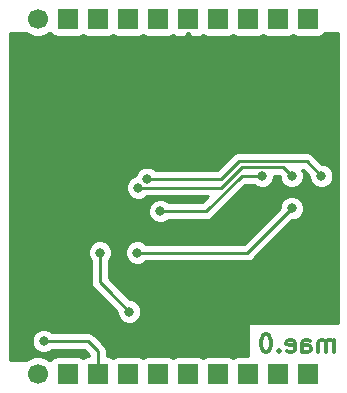
<source format=gbr>
G04 #@! TF.GenerationSoftware,KiCad,Pcbnew,(5.0.0-3-g5ebb6b6)*
G04 #@! TF.CreationDate,2019-03-01T00:57:23+03:00*
G04 #@! TF.ProjectId,mae,6D61652E6B696361645F706362000000,rev?*
G04 #@! TF.SameCoordinates,Original*
G04 #@! TF.FileFunction,Copper,L2,Bot,Signal*
G04 #@! TF.FilePolarity,Positive*
%FSLAX46Y46*%
G04 Gerber Fmt 4.6, Leading zero omitted, Abs format (unit mm)*
G04 Created by KiCad (PCBNEW (5.0.0-3-g5ebb6b6)) date *
%MOMM*%
%LPD*%
G01*
G04 APERTURE LIST*
G04 #@! TA.AperFunction,NonConductor*
%ADD10C,0.300000*%
G04 #@! TD*
G04 #@! TA.AperFunction,ComponentPad*
%ADD11R,1.700000X1.700000*%
G04 #@! TD*
G04 #@! TA.AperFunction,ComponentPad*
%ADD12C,1.700000*%
G04 #@! TD*
G04 #@! TA.AperFunction,ViaPad*
%ADD13C,0.800000*%
G04 #@! TD*
G04 #@! TA.AperFunction,Conductor*
%ADD14C,0.250000*%
G04 #@! TD*
G04 APERTURE END LIST*
D10*
X121785714Y-152178571D02*
X121785714Y-151178571D01*
X121785714Y-151321428D02*
X121714285Y-151250000D01*
X121571428Y-151178571D01*
X121357142Y-151178571D01*
X121214285Y-151250000D01*
X121142857Y-151392857D01*
X121142857Y-152178571D01*
X121142857Y-151392857D02*
X121071428Y-151250000D01*
X120928571Y-151178571D01*
X120714285Y-151178571D01*
X120571428Y-151250000D01*
X120500000Y-151392857D01*
X120500000Y-152178571D01*
X119142857Y-152178571D02*
X119142857Y-151392857D01*
X119214285Y-151250000D01*
X119357142Y-151178571D01*
X119642857Y-151178571D01*
X119785714Y-151250000D01*
X119142857Y-152107142D02*
X119285714Y-152178571D01*
X119642857Y-152178571D01*
X119785714Y-152107142D01*
X119857142Y-151964285D01*
X119857142Y-151821428D01*
X119785714Y-151678571D01*
X119642857Y-151607142D01*
X119285714Y-151607142D01*
X119142857Y-151535714D01*
X117857142Y-152107142D02*
X118000000Y-152178571D01*
X118285714Y-152178571D01*
X118428571Y-152107142D01*
X118500000Y-151964285D01*
X118500000Y-151392857D01*
X118428571Y-151250000D01*
X118285714Y-151178571D01*
X118000000Y-151178571D01*
X117857142Y-151250000D01*
X117785714Y-151392857D01*
X117785714Y-151535714D01*
X118500000Y-151678571D01*
X117142857Y-152035714D02*
X117071428Y-152107142D01*
X117142857Y-152178571D01*
X117214285Y-152107142D01*
X117142857Y-152035714D01*
X117142857Y-152178571D01*
X116142857Y-150678571D02*
X116000000Y-150678571D01*
X115857142Y-150750000D01*
X115785714Y-150821428D01*
X115714285Y-150964285D01*
X115642857Y-151250000D01*
X115642857Y-151607142D01*
X115714285Y-151892857D01*
X115785714Y-152035714D01*
X115857142Y-152107142D01*
X116000000Y-152178571D01*
X116142857Y-152178571D01*
X116285714Y-152107142D01*
X116357142Y-152035714D01*
X116428571Y-151892857D01*
X116500000Y-151607142D01*
X116500000Y-151250000D01*
X116428571Y-150964285D01*
X116357142Y-150821428D01*
X116285714Y-150750000D01*
X116142857Y-150678571D01*
D11*
G04 #@! TO.P,XP4,10*
G04 #@! TO.N,/ADCT2*
X119610000Y-124000000D03*
G04 #@! TO.P,XP4,9*
G04 #@! TO.N,/ADC_T1*
X117070000Y-124000000D03*
G04 #@! TO.P,XP4,8*
G04 #@! TO.N,/ADC_3V*
X114530000Y-124000000D03*
G04 #@! TO.P,XP4,7*
G04 #@! TO.N,/ADC5_6V*
X111990000Y-124000000D03*
G04 #@! TO.P,XP4,6*
G04 #@! TO.N,/0\0412*
X109450000Y-124000000D03*
G04 #@! TO.P,XP4,5*
G04 #@! TO.N,/VCC*
X106910000Y-124000000D03*
G04 #@! TO.P,XP4,4*
G04 #@! TO.N,/TXboot_SCL*
X104370000Y-124000000D03*
G04 #@! TO.P,XP4,3*
G04 #@! TO.N,/RXboot_SDA*
X101830000Y-124000000D03*
G04 #@! TO.P,XP4,2*
G04 #@! TO.N,/DIO*
X99290000Y-124000000D03*
D12*
G04 #@! TO.P,XP4,1*
G04 #@! TO.N,/CLK*
X96750000Y-124000000D03*
G04 #@! TD*
G04 #@! TO.P,XP1,1*
G04 #@! TO.N,/BOOT_mode*
X96750000Y-154000000D03*
D11*
G04 #@! TO.P,XP1,2*
G04 #@! TO.N,/G4*
X99290000Y-154000000D03*
G04 #@! TO.P,XP1,3*
G04 #@! TO.N,/G3*
X101830000Y-154000000D03*
G04 #@! TO.P,XP1,4*
G04 #@! TO.N,/RES*
X104370000Y-154000000D03*
G04 #@! TO.P,XP1,5*
G04 #@! TO.N,/VCC*
X106910000Y-154000000D03*
G04 #@! TO.P,XP1,6*
G04 #@! TO.N,/G2*
X109450000Y-154000000D03*
G04 #@! TO.P,XP1,7*
G04 #@! TO.N,/G1*
X111990000Y-154000000D03*
G04 #@! TO.P,XP1,8*
G04 #@! TO.N,/TX*
X114530000Y-154000000D03*
G04 #@! TO.P,XP1,9*
G04 #@! TO.N,/RX*
X117070000Y-154000000D03*
G04 #@! TO.P,XP1,10*
G04 #@! TO.N,/EnRS*
X119610000Y-154000000D03*
G04 #@! TD*
D13*
G04 #@! TO.N,/0\0412*
X115750000Y-139750000D03*
X110250000Y-126750000D03*
X109000000Y-150750000D03*
X99250000Y-131750000D03*
X95000000Y-142500000D03*
X100250000Y-136250000D03*
X121000000Y-126000000D03*
X98500000Y-145500000D03*
G04 #@! TO.N,/G3*
X97250000Y-151250000D03*
G04 #@! TO.N,/RES*
X104500000Y-148750000D03*
X115750000Y-137250000D03*
X107125000Y-140250000D03*
X102000000Y-143750000D03*
G04 #@! TO.N,/BOOT_mode*
X118250000Y-140000000D03*
X105175000Y-143750000D03*
G04 #@! TO.N,/DIO*
X120750000Y-137250000D03*
X106000000Y-137500000D03*
G04 #@! TO.N,/CLK*
X118250000Y-137250000D03*
X105250000Y-138250000D03*
G04 #@! TD*
D14*
G04 #@! TO.N,/G3*
X101830000Y-152080000D02*
X101830000Y-154000000D01*
X101000000Y-151250000D02*
X101830000Y-152080000D01*
X97000000Y-151250000D02*
X101000000Y-151250000D01*
G04 #@! TO.N,/RES*
X107125000Y-140250000D02*
X111000000Y-140250000D01*
X111000000Y-140250000D02*
X114000000Y-137250000D01*
X115750000Y-137250000D02*
X114000000Y-137250000D01*
X102750000Y-147000000D02*
X104500000Y-148750000D01*
X102000000Y-146250000D02*
X102750000Y-147000000D01*
X102000000Y-143750000D02*
X102000000Y-146250000D01*
G04 #@! TO.N,/BOOT_mode*
X114500000Y-143750000D02*
X105175000Y-143750000D01*
X118250000Y-140000000D02*
X114500000Y-143750000D01*
G04 #@! TO.N,/DIO*
X119500000Y-136000000D02*
X120750000Y-137250000D01*
X113750000Y-136000000D02*
X119500000Y-136000000D01*
X106000000Y-137500000D02*
X112250000Y-137500000D01*
X112250000Y-137500000D02*
X113750000Y-136000000D01*
G04 #@! TO.N,/CLK*
X118250000Y-137250000D02*
X117500000Y-136500000D01*
X117500000Y-136500000D02*
X115250000Y-136500000D01*
X115250000Y-136500000D02*
X114000000Y-136500000D01*
X105250000Y-138250000D02*
X112250000Y-138250000D01*
X114000000Y-136500000D02*
X112250000Y-138250000D01*
G04 #@! TD*
G04 #@! TO.N,/0\0412*
G36*
X95914480Y-125250445D02*
X96456604Y-125475000D01*
X97043396Y-125475000D01*
X97585520Y-125250445D01*
X97710965Y-125125000D01*
X97872068Y-125125000D01*
X97989400Y-125300600D01*
X98196137Y-125438737D01*
X98440000Y-125487244D01*
X100140000Y-125487244D01*
X100383863Y-125438737D01*
X100560000Y-125321046D01*
X100736137Y-125438737D01*
X100980000Y-125487244D01*
X102680000Y-125487244D01*
X102923863Y-125438737D01*
X103100000Y-125321046D01*
X103276137Y-125438737D01*
X103520000Y-125487244D01*
X105220000Y-125487244D01*
X105463863Y-125438737D01*
X105640000Y-125321046D01*
X105816137Y-125438737D01*
X106060000Y-125487244D01*
X107760000Y-125487244D01*
X108003863Y-125438737D01*
X108184294Y-125318177D01*
X108245966Y-125379850D01*
X108475680Y-125475000D01*
X109218750Y-125475000D01*
X109375000Y-125318750D01*
X109375000Y-125125000D01*
X109525000Y-125125000D01*
X109525000Y-125318750D01*
X109681250Y-125475000D01*
X110424320Y-125475000D01*
X110654034Y-125379850D01*
X110715706Y-125318177D01*
X110896137Y-125438737D01*
X111140000Y-125487244D01*
X112840000Y-125487244D01*
X113083863Y-125438737D01*
X113260000Y-125321046D01*
X113436137Y-125438737D01*
X113680000Y-125487244D01*
X115380000Y-125487244D01*
X115623863Y-125438737D01*
X115800000Y-125321046D01*
X115976137Y-125438737D01*
X116220000Y-125487244D01*
X117920000Y-125487244D01*
X118163863Y-125438737D01*
X118340000Y-125321046D01*
X118516137Y-125438737D01*
X118760000Y-125487244D01*
X120460000Y-125487244D01*
X120703863Y-125438737D01*
X120910600Y-125300600D01*
X121027932Y-125125000D01*
X122125000Y-125125000D01*
X122125000Y-149720000D01*
X114582143Y-149720000D01*
X114582143Y-152512756D01*
X113680000Y-152512756D01*
X113436137Y-152561263D01*
X113260000Y-152678954D01*
X113083863Y-152561263D01*
X112840000Y-152512756D01*
X111140000Y-152512756D01*
X110896137Y-152561263D01*
X110720000Y-152678954D01*
X110543863Y-152561263D01*
X110300000Y-152512756D01*
X108600000Y-152512756D01*
X108356137Y-152561263D01*
X108180000Y-152678954D01*
X108003863Y-152561263D01*
X107760000Y-152512756D01*
X106060000Y-152512756D01*
X105816137Y-152561263D01*
X105640000Y-152678954D01*
X105463863Y-152561263D01*
X105220000Y-152512756D01*
X103520000Y-152512756D01*
X103276137Y-152561263D01*
X103100000Y-152678954D01*
X102923863Y-152561263D01*
X102680000Y-152512756D01*
X102580000Y-152512756D01*
X102580000Y-152153864D01*
X102594693Y-152079999D01*
X102537151Y-151790720D01*
X102536484Y-151787365D01*
X102370720Y-151539280D01*
X102308100Y-151497439D01*
X101582565Y-150771906D01*
X101540720Y-150709280D01*
X101292635Y-150543516D01*
X101073866Y-150500000D01*
X101073865Y-150500000D01*
X101000000Y-150485307D01*
X100926135Y-150500000D01*
X97949569Y-150500000D01*
X97830616Y-150381047D01*
X97453885Y-150225000D01*
X97046115Y-150225000D01*
X96669384Y-150381047D01*
X96381047Y-150669384D01*
X96225000Y-151046115D01*
X96225000Y-151453885D01*
X96381047Y-151830616D01*
X96669384Y-152118953D01*
X97046115Y-152275000D01*
X97453885Y-152275000D01*
X97830616Y-152118953D01*
X97949569Y-152000000D01*
X100689340Y-152000000D01*
X101080000Y-152390661D01*
X101080000Y-152512756D01*
X100980000Y-152512756D01*
X100736137Y-152561263D01*
X100560000Y-152678954D01*
X100383863Y-152561263D01*
X100140000Y-152512756D01*
X98440000Y-152512756D01*
X98196137Y-152561263D01*
X97989400Y-152699400D01*
X97872068Y-152875000D01*
X97710965Y-152875000D01*
X97585520Y-152749555D01*
X97043396Y-152525000D01*
X96456604Y-152525000D01*
X95914480Y-152749555D01*
X95789035Y-152875000D01*
X94375000Y-152875000D01*
X94375000Y-143546115D01*
X100975000Y-143546115D01*
X100975000Y-143953885D01*
X101131047Y-144330616D01*
X101250000Y-144449569D01*
X101250001Y-146176130D01*
X101235307Y-146250000D01*
X101293517Y-146542635D01*
X101459281Y-146790720D01*
X101521903Y-146832563D01*
X102271900Y-147582561D01*
X102271906Y-147582565D01*
X103475000Y-148785660D01*
X103475000Y-148953885D01*
X103631047Y-149330616D01*
X103919384Y-149618953D01*
X104296115Y-149775000D01*
X104703885Y-149775000D01*
X105080616Y-149618953D01*
X105368953Y-149330616D01*
X105525000Y-148953885D01*
X105525000Y-148546115D01*
X105368953Y-148169384D01*
X105080616Y-147881047D01*
X104703885Y-147725000D01*
X104535660Y-147725000D01*
X103332565Y-146521906D01*
X103332561Y-146521900D01*
X102750000Y-145939340D01*
X102750000Y-144449569D01*
X102868953Y-144330616D01*
X103025000Y-143953885D01*
X103025000Y-143546115D01*
X104150000Y-143546115D01*
X104150000Y-143953885D01*
X104306047Y-144330616D01*
X104594384Y-144618953D01*
X104971115Y-144775000D01*
X105378885Y-144775000D01*
X105755616Y-144618953D01*
X105874569Y-144500000D01*
X114426135Y-144500000D01*
X114500000Y-144514693D01*
X114573865Y-144500000D01*
X114573866Y-144500000D01*
X114792635Y-144456484D01*
X115040720Y-144290720D01*
X115082565Y-144228094D01*
X118285660Y-141025000D01*
X118453885Y-141025000D01*
X118830616Y-140868953D01*
X119118953Y-140580616D01*
X119275000Y-140203885D01*
X119275000Y-139796115D01*
X119118953Y-139419384D01*
X118830616Y-139131047D01*
X118453885Y-138975000D01*
X118046115Y-138975000D01*
X117669384Y-139131047D01*
X117381047Y-139419384D01*
X117225000Y-139796115D01*
X117225000Y-139964340D01*
X114189341Y-143000000D01*
X105874569Y-143000000D01*
X105755616Y-142881047D01*
X105378885Y-142725000D01*
X104971115Y-142725000D01*
X104594384Y-142881047D01*
X104306047Y-143169384D01*
X104150000Y-143546115D01*
X103025000Y-143546115D01*
X102868953Y-143169384D01*
X102580616Y-142881047D01*
X102203885Y-142725000D01*
X101796115Y-142725000D01*
X101419384Y-142881047D01*
X101131047Y-143169384D01*
X100975000Y-143546115D01*
X94375000Y-143546115D01*
X94375000Y-138046115D01*
X104225000Y-138046115D01*
X104225000Y-138453885D01*
X104381047Y-138830616D01*
X104669384Y-139118953D01*
X105046115Y-139275000D01*
X105453885Y-139275000D01*
X105830616Y-139118953D01*
X105949569Y-139000000D01*
X111189341Y-139000000D01*
X110689341Y-139500000D01*
X107824569Y-139500000D01*
X107705616Y-139381047D01*
X107328885Y-139225000D01*
X106921115Y-139225000D01*
X106544384Y-139381047D01*
X106256047Y-139669384D01*
X106100000Y-140046115D01*
X106100000Y-140453885D01*
X106256047Y-140830616D01*
X106544384Y-141118953D01*
X106921115Y-141275000D01*
X107328885Y-141275000D01*
X107705616Y-141118953D01*
X107824569Y-141000000D01*
X110926135Y-141000000D01*
X111000000Y-141014693D01*
X111073865Y-141000000D01*
X111073866Y-141000000D01*
X111292635Y-140956484D01*
X111540720Y-140790720D01*
X111582565Y-140728094D01*
X114310660Y-138000000D01*
X115050431Y-138000000D01*
X115169384Y-138118953D01*
X115546115Y-138275000D01*
X115953885Y-138275000D01*
X116330616Y-138118953D01*
X116618953Y-137830616D01*
X116775000Y-137453885D01*
X116775000Y-137250000D01*
X117189340Y-137250000D01*
X117225000Y-137285660D01*
X117225000Y-137453885D01*
X117381047Y-137830616D01*
X117669384Y-138118953D01*
X118046115Y-138275000D01*
X118453885Y-138275000D01*
X118830616Y-138118953D01*
X119118953Y-137830616D01*
X119275000Y-137453885D01*
X119275000Y-137046115D01*
X119152345Y-136750000D01*
X119189341Y-136750000D01*
X119725000Y-137285660D01*
X119725000Y-137453885D01*
X119881047Y-137830616D01*
X120169384Y-138118953D01*
X120546115Y-138275000D01*
X120953885Y-138275000D01*
X121330616Y-138118953D01*
X121618953Y-137830616D01*
X121775000Y-137453885D01*
X121775000Y-137046115D01*
X121618953Y-136669384D01*
X121330616Y-136381047D01*
X120953885Y-136225000D01*
X120785660Y-136225000D01*
X120082565Y-135521906D01*
X120040720Y-135459280D01*
X119792635Y-135293516D01*
X119573866Y-135250000D01*
X119573865Y-135250000D01*
X119500000Y-135235307D01*
X119426135Y-135250000D01*
X113823864Y-135250000D01*
X113749999Y-135235307D01*
X113676134Y-135250000D01*
X113457365Y-135293516D01*
X113209280Y-135459280D01*
X113167437Y-135521903D01*
X111939341Y-136750000D01*
X106699569Y-136750000D01*
X106580616Y-136631047D01*
X106203885Y-136475000D01*
X105796115Y-136475000D01*
X105419384Y-136631047D01*
X105131047Y-136919384D01*
X104995829Y-137245829D01*
X104669384Y-137381047D01*
X104381047Y-137669384D01*
X104225000Y-138046115D01*
X94375000Y-138046115D01*
X94375000Y-125125000D01*
X95789035Y-125125000D01*
X95914480Y-125250445D01*
X95914480Y-125250445D01*
G37*
X95914480Y-125250445D02*
X96456604Y-125475000D01*
X97043396Y-125475000D01*
X97585520Y-125250445D01*
X97710965Y-125125000D01*
X97872068Y-125125000D01*
X97989400Y-125300600D01*
X98196137Y-125438737D01*
X98440000Y-125487244D01*
X100140000Y-125487244D01*
X100383863Y-125438737D01*
X100560000Y-125321046D01*
X100736137Y-125438737D01*
X100980000Y-125487244D01*
X102680000Y-125487244D01*
X102923863Y-125438737D01*
X103100000Y-125321046D01*
X103276137Y-125438737D01*
X103520000Y-125487244D01*
X105220000Y-125487244D01*
X105463863Y-125438737D01*
X105640000Y-125321046D01*
X105816137Y-125438737D01*
X106060000Y-125487244D01*
X107760000Y-125487244D01*
X108003863Y-125438737D01*
X108184294Y-125318177D01*
X108245966Y-125379850D01*
X108475680Y-125475000D01*
X109218750Y-125475000D01*
X109375000Y-125318750D01*
X109375000Y-125125000D01*
X109525000Y-125125000D01*
X109525000Y-125318750D01*
X109681250Y-125475000D01*
X110424320Y-125475000D01*
X110654034Y-125379850D01*
X110715706Y-125318177D01*
X110896137Y-125438737D01*
X111140000Y-125487244D01*
X112840000Y-125487244D01*
X113083863Y-125438737D01*
X113260000Y-125321046D01*
X113436137Y-125438737D01*
X113680000Y-125487244D01*
X115380000Y-125487244D01*
X115623863Y-125438737D01*
X115800000Y-125321046D01*
X115976137Y-125438737D01*
X116220000Y-125487244D01*
X117920000Y-125487244D01*
X118163863Y-125438737D01*
X118340000Y-125321046D01*
X118516137Y-125438737D01*
X118760000Y-125487244D01*
X120460000Y-125487244D01*
X120703863Y-125438737D01*
X120910600Y-125300600D01*
X121027932Y-125125000D01*
X122125000Y-125125000D01*
X122125000Y-149720000D01*
X114582143Y-149720000D01*
X114582143Y-152512756D01*
X113680000Y-152512756D01*
X113436137Y-152561263D01*
X113260000Y-152678954D01*
X113083863Y-152561263D01*
X112840000Y-152512756D01*
X111140000Y-152512756D01*
X110896137Y-152561263D01*
X110720000Y-152678954D01*
X110543863Y-152561263D01*
X110300000Y-152512756D01*
X108600000Y-152512756D01*
X108356137Y-152561263D01*
X108180000Y-152678954D01*
X108003863Y-152561263D01*
X107760000Y-152512756D01*
X106060000Y-152512756D01*
X105816137Y-152561263D01*
X105640000Y-152678954D01*
X105463863Y-152561263D01*
X105220000Y-152512756D01*
X103520000Y-152512756D01*
X103276137Y-152561263D01*
X103100000Y-152678954D01*
X102923863Y-152561263D01*
X102680000Y-152512756D01*
X102580000Y-152512756D01*
X102580000Y-152153864D01*
X102594693Y-152079999D01*
X102537151Y-151790720D01*
X102536484Y-151787365D01*
X102370720Y-151539280D01*
X102308100Y-151497439D01*
X101582565Y-150771906D01*
X101540720Y-150709280D01*
X101292635Y-150543516D01*
X101073866Y-150500000D01*
X101073865Y-150500000D01*
X101000000Y-150485307D01*
X100926135Y-150500000D01*
X97949569Y-150500000D01*
X97830616Y-150381047D01*
X97453885Y-150225000D01*
X97046115Y-150225000D01*
X96669384Y-150381047D01*
X96381047Y-150669384D01*
X96225000Y-151046115D01*
X96225000Y-151453885D01*
X96381047Y-151830616D01*
X96669384Y-152118953D01*
X97046115Y-152275000D01*
X97453885Y-152275000D01*
X97830616Y-152118953D01*
X97949569Y-152000000D01*
X100689340Y-152000000D01*
X101080000Y-152390661D01*
X101080000Y-152512756D01*
X100980000Y-152512756D01*
X100736137Y-152561263D01*
X100560000Y-152678954D01*
X100383863Y-152561263D01*
X100140000Y-152512756D01*
X98440000Y-152512756D01*
X98196137Y-152561263D01*
X97989400Y-152699400D01*
X97872068Y-152875000D01*
X97710965Y-152875000D01*
X97585520Y-152749555D01*
X97043396Y-152525000D01*
X96456604Y-152525000D01*
X95914480Y-152749555D01*
X95789035Y-152875000D01*
X94375000Y-152875000D01*
X94375000Y-143546115D01*
X100975000Y-143546115D01*
X100975000Y-143953885D01*
X101131047Y-144330616D01*
X101250000Y-144449569D01*
X101250001Y-146176130D01*
X101235307Y-146250000D01*
X101293517Y-146542635D01*
X101459281Y-146790720D01*
X101521903Y-146832563D01*
X102271900Y-147582561D01*
X102271906Y-147582565D01*
X103475000Y-148785660D01*
X103475000Y-148953885D01*
X103631047Y-149330616D01*
X103919384Y-149618953D01*
X104296115Y-149775000D01*
X104703885Y-149775000D01*
X105080616Y-149618953D01*
X105368953Y-149330616D01*
X105525000Y-148953885D01*
X105525000Y-148546115D01*
X105368953Y-148169384D01*
X105080616Y-147881047D01*
X104703885Y-147725000D01*
X104535660Y-147725000D01*
X103332565Y-146521906D01*
X103332561Y-146521900D01*
X102750000Y-145939340D01*
X102750000Y-144449569D01*
X102868953Y-144330616D01*
X103025000Y-143953885D01*
X103025000Y-143546115D01*
X104150000Y-143546115D01*
X104150000Y-143953885D01*
X104306047Y-144330616D01*
X104594384Y-144618953D01*
X104971115Y-144775000D01*
X105378885Y-144775000D01*
X105755616Y-144618953D01*
X105874569Y-144500000D01*
X114426135Y-144500000D01*
X114500000Y-144514693D01*
X114573865Y-144500000D01*
X114573866Y-144500000D01*
X114792635Y-144456484D01*
X115040720Y-144290720D01*
X115082565Y-144228094D01*
X118285660Y-141025000D01*
X118453885Y-141025000D01*
X118830616Y-140868953D01*
X119118953Y-140580616D01*
X119275000Y-140203885D01*
X119275000Y-139796115D01*
X119118953Y-139419384D01*
X118830616Y-139131047D01*
X118453885Y-138975000D01*
X118046115Y-138975000D01*
X117669384Y-139131047D01*
X117381047Y-139419384D01*
X117225000Y-139796115D01*
X117225000Y-139964340D01*
X114189341Y-143000000D01*
X105874569Y-143000000D01*
X105755616Y-142881047D01*
X105378885Y-142725000D01*
X104971115Y-142725000D01*
X104594384Y-142881047D01*
X104306047Y-143169384D01*
X104150000Y-143546115D01*
X103025000Y-143546115D01*
X102868953Y-143169384D01*
X102580616Y-142881047D01*
X102203885Y-142725000D01*
X101796115Y-142725000D01*
X101419384Y-142881047D01*
X101131047Y-143169384D01*
X100975000Y-143546115D01*
X94375000Y-143546115D01*
X94375000Y-138046115D01*
X104225000Y-138046115D01*
X104225000Y-138453885D01*
X104381047Y-138830616D01*
X104669384Y-139118953D01*
X105046115Y-139275000D01*
X105453885Y-139275000D01*
X105830616Y-139118953D01*
X105949569Y-139000000D01*
X111189341Y-139000000D01*
X110689341Y-139500000D01*
X107824569Y-139500000D01*
X107705616Y-139381047D01*
X107328885Y-139225000D01*
X106921115Y-139225000D01*
X106544384Y-139381047D01*
X106256047Y-139669384D01*
X106100000Y-140046115D01*
X106100000Y-140453885D01*
X106256047Y-140830616D01*
X106544384Y-141118953D01*
X106921115Y-141275000D01*
X107328885Y-141275000D01*
X107705616Y-141118953D01*
X107824569Y-141000000D01*
X110926135Y-141000000D01*
X111000000Y-141014693D01*
X111073865Y-141000000D01*
X111073866Y-141000000D01*
X111292635Y-140956484D01*
X111540720Y-140790720D01*
X111582565Y-140728094D01*
X114310660Y-138000000D01*
X115050431Y-138000000D01*
X115169384Y-138118953D01*
X115546115Y-138275000D01*
X115953885Y-138275000D01*
X116330616Y-138118953D01*
X116618953Y-137830616D01*
X116775000Y-137453885D01*
X116775000Y-137250000D01*
X117189340Y-137250000D01*
X117225000Y-137285660D01*
X117225000Y-137453885D01*
X117381047Y-137830616D01*
X117669384Y-138118953D01*
X118046115Y-138275000D01*
X118453885Y-138275000D01*
X118830616Y-138118953D01*
X119118953Y-137830616D01*
X119275000Y-137453885D01*
X119275000Y-137046115D01*
X119152345Y-136750000D01*
X119189341Y-136750000D01*
X119725000Y-137285660D01*
X119725000Y-137453885D01*
X119881047Y-137830616D01*
X120169384Y-138118953D01*
X120546115Y-138275000D01*
X120953885Y-138275000D01*
X121330616Y-138118953D01*
X121618953Y-137830616D01*
X121775000Y-137453885D01*
X121775000Y-137046115D01*
X121618953Y-136669384D01*
X121330616Y-136381047D01*
X120953885Y-136225000D01*
X120785660Y-136225000D01*
X120082565Y-135521906D01*
X120040720Y-135459280D01*
X119792635Y-135293516D01*
X119573866Y-135250000D01*
X119573865Y-135250000D01*
X119500000Y-135235307D01*
X119426135Y-135250000D01*
X113823864Y-135250000D01*
X113749999Y-135235307D01*
X113676134Y-135250000D01*
X113457365Y-135293516D01*
X113209280Y-135459280D01*
X113167437Y-135521903D01*
X111939341Y-136750000D01*
X106699569Y-136750000D01*
X106580616Y-136631047D01*
X106203885Y-136475000D01*
X105796115Y-136475000D01*
X105419384Y-136631047D01*
X105131047Y-136919384D01*
X104995829Y-137245829D01*
X104669384Y-137381047D01*
X104381047Y-137669384D01*
X104225000Y-138046115D01*
X94375000Y-138046115D01*
X94375000Y-125125000D01*
X95789035Y-125125000D01*
X95914480Y-125250445D01*
G04 #@! TD*
M02*

</source>
